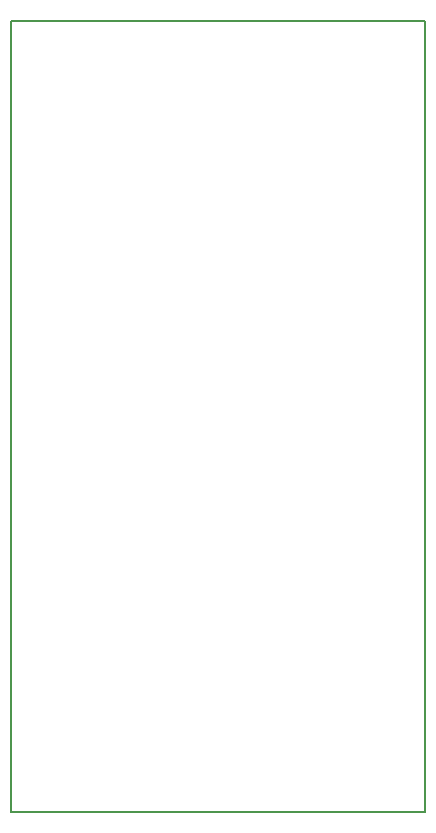
<source format=gbr>
G04 #@! TF.GenerationSoftware,KiCad,Pcbnew,(6.0.0-rc1-dev-305-gf0b8b2136)*
G04 #@! TF.CreationDate,2019-08-02T14:10:45-06:00*
G04 #@! TF.ProjectId,Slush01,536C75736830312E6B696361645F7063,rev?*
G04 #@! TF.SameCoordinates,Original*
G04 #@! TF.FileFunction,Profile,NP*
%FSLAX46Y46*%
G04 Gerber Fmt 4.6, Leading zero omitted, Abs format (unit mm)*
G04 Created by KiCad (PCBNEW (6.0.0-rc1-dev-305-gf0b8b2136)) date 08/02/19 14:10:45*
%MOMM*%
%LPD*%
G01*
G04 APERTURE LIST*
%ADD10C,0.150000*%
G04 APERTURE END LIST*
D10*
X87500000Y-58000000D02*
X52500000Y-58000000D01*
X87500000Y-125000000D02*
X87500000Y-58000000D01*
X52500000Y-125000000D02*
X87500000Y-125000000D01*
X52500000Y-58000000D02*
X52500000Y-125000000D01*
M02*

</source>
